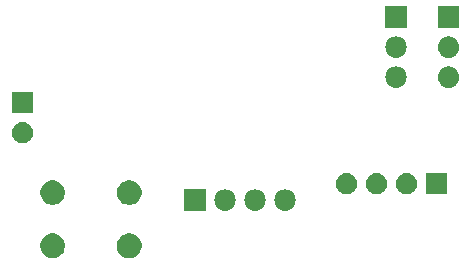
<source format=gbr>
%TF.GenerationSoftware,KiCad,Pcbnew,(5.0.1)-3*%
%TF.CreationDate,2019-10-12T21:06:36-05:00*%
%TF.ProjectId,pet_feeder,7065745F6665656465722E6B69636164,rev?*%
%TF.SameCoordinates,Original*%
%TF.FileFunction,Soldermask,Bot*%
%TF.FilePolarity,Negative*%
%FSLAX46Y46*%
G04 Gerber Fmt 4.6, Leading zero omitted, Abs format (unit mm)*
G04 Created by KiCad (PCBNEW (5.0.1)-3) date 10/12/2019 9:06:36 PM*
%MOMM*%
%LPD*%
G01*
G04 APERTURE LIST*
%ADD10C,0.100000*%
G04 APERTURE END LIST*
D10*
G36*
X136346565Y-98739389D02*
X136537834Y-98818615D01*
X136709976Y-98933637D01*
X136856363Y-99080024D01*
X136971385Y-99252166D01*
X137050611Y-99443435D01*
X137091000Y-99646484D01*
X137091000Y-99853516D01*
X137050611Y-100056565D01*
X136971385Y-100247834D01*
X136856363Y-100419976D01*
X136709976Y-100566363D01*
X136537834Y-100681385D01*
X136346565Y-100760611D01*
X136143516Y-100801000D01*
X135936484Y-100801000D01*
X135733435Y-100760611D01*
X135542166Y-100681385D01*
X135370024Y-100566363D01*
X135223637Y-100419976D01*
X135108615Y-100247834D01*
X135029389Y-100056565D01*
X134989000Y-99853516D01*
X134989000Y-99646484D01*
X135029389Y-99443435D01*
X135108615Y-99252166D01*
X135223637Y-99080024D01*
X135370024Y-98933637D01*
X135542166Y-98818615D01*
X135733435Y-98739389D01*
X135936484Y-98699000D01*
X136143516Y-98699000D01*
X136346565Y-98739389D01*
X136346565Y-98739389D01*
G37*
G36*
X129846565Y-98739389D02*
X130037834Y-98818615D01*
X130209976Y-98933637D01*
X130356363Y-99080024D01*
X130471385Y-99252166D01*
X130550611Y-99443435D01*
X130591000Y-99646484D01*
X130591000Y-99853516D01*
X130550611Y-100056565D01*
X130471385Y-100247834D01*
X130356363Y-100419976D01*
X130209976Y-100566363D01*
X130037834Y-100681385D01*
X129846565Y-100760611D01*
X129643516Y-100801000D01*
X129436484Y-100801000D01*
X129233435Y-100760611D01*
X129042166Y-100681385D01*
X128870024Y-100566363D01*
X128723637Y-100419976D01*
X128608615Y-100247834D01*
X128529389Y-100056565D01*
X128489000Y-99853516D01*
X128489000Y-99646484D01*
X128529389Y-99443435D01*
X128608615Y-99252166D01*
X128723637Y-99080024D01*
X128870024Y-98933637D01*
X129042166Y-98818615D01*
X129233435Y-98739389D01*
X129436484Y-98699000D01*
X129643516Y-98699000D01*
X129846565Y-98739389D01*
X129846565Y-98739389D01*
G37*
G36*
X149335443Y-94990519D02*
X149401627Y-94997037D01*
X149514853Y-95031384D01*
X149571467Y-95048557D01*
X149710087Y-95122652D01*
X149727991Y-95132222D01*
X149763729Y-95161552D01*
X149865186Y-95244814D01*
X149948448Y-95346271D01*
X149977778Y-95382009D01*
X149977779Y-95382011D01*
X150061443Y-95538533D01*
X150061443Y-95538534D01*
X150112963Y-95708373D01*
X150130359Y-95885000D01*
X150112963Y-96061627D01*
X150078616Y-96174853D01*
X150061443Y-96231467D01*
X150045865Y-96260611D01*
X149977778Y-96387991D01*
X149948448Y-96423729D01*
X149865186Y-96525186D01*
X149763729Y-96608448D01*
X149727991Y-96637778D01*
X149727989Y-96637779D01*
X149571467Y-96721443D01*
X149514853Y-96738616D01*
X149401627Y-96772963D01*
X149335442Y-96779482D01*
X149269260Y-96786000D01*
X149180740Y-96786000D01*
X149114558Y-96779482D01*
X149048373Y-96772963D01*
X148935147Y-96738616D01*
X148878533Y-96721443D01*
X148722011Y-96637779D01*
X148722009Y-96637778D01*
X148686271Y-96608448D01*
X148584814Y-96525186D01*
X148501552Y-96423729D01*
X148472222Y-96387991D01*
X148404135Y-96260611D01*
X148388557Y-96231467D01*
X148371384Y-96174853D01*
X148337037Y-96061627D01*
X148319641Y-95885000D01*
X148337037Y-95708373D01*
X148388557Y-95538534D01*
X148388557Y-95538533D01*
X148472221Y-95382011D01*
X148472222Y-95382009D01*
X148501552Y-95346271D01*
X148584814Y-95244814D01*
X148686271Y-95161552D01*
X148722009Y-95132222D01*
X148739913Y-95122652D01*
X148878533Y-95048557D01*
X148935147Y-95031384D01*
X149048373Y-94997037D01*
X149114557Y-94990519D01*
X149180740Y-94984000D01*
X149269260Y-94984000D01*
X149335443Y-94990519D01*
X149335443Y-94990519D01*
G37*
G36*
X146795443Y-94990519D02*
X146861627Y-94997037D01*
X146974853Y-95031384D01*
X147031467Y-95048557D01*
X147170087Y-95122652D01*
X147187991Y-95132222D01*
X147223729Y-95161552D01*
X147325186Y-95244814D01*
X147408448Y-95346271D01*
X147437778Y-95382009D01*
X147437779Y-95382011D01*
X147521443Y-95538533D01*
X147521443Y-95538534D01*
X147572963Y-95708373D01*
X147590359Y-95885000D01*
X147572963Y-96061627D01*
X147538616Y-96174853D01*
X147521443Y-96231467D01*
X147505865Y-96260611D01*
X147437778Y-96387991D01*
X147408448Y-96423729D01*
X147325186Y-96525186D01*
X147223729Y-96608448D01*
X147187991Y-96637778D01*
X147187989Y-96637779D01*
X147031467Y-96721443D01*
X146974853Y-96738616D01*
X146861627Y-96772963D01*
X146795442Y-96779482D01*
X146729260Y-96786000D01*
X146640740Y-96786000D01*
X146574558Y-96779482D01*
X146508373Y-96772963D01*
X146395147Y-96738616D01*
X146338533Y-96721443D01*
X146182011Y-96637779D01*
X146182009Y-96637778D01*
X146146271Y-96608448D01*
X146044814Y-96525186D01*
X145961552Y-96423729D01*
X145932222Y-96387991D01*
X145864135Y-96260611D01*
X145848557Y-96231467D01*
X145831384Y-96174853D01*
X145797037Y-96061627D01*
X145779641Y-95885000D01*
X145797037Y-95708373D01*
X145848557Y-95538534D01*
X145848557Y-95538533D01*
X145932221Y-95382011D01*
X145932222Y-95382009D01*
X145961552Y-95346271D01*
X146044814Y-95244814D01*
X146146271Y-95161552D01*
X146182009Y-95132222D01*
X146199913Y-95122652D01*
X146338533Y-95048557D01*
X146395147Y-95031384D01*
X146508373Y-94997037D01*
X146574557Y-94990519D01*
X146640740Y-94984000D01*
X146729260Y-94984000D01*
X146795443Y-94990519D01*
X146795443Y-94990519D01*
G37*
G36*
X144255443Y-94990519D02*
X144321627Y-94997037D01*
X144434853Y-95031384D01*
X144491467Y-95048557D01*
X144630087Y-95122652D01*
X144647991Y-95132222D01*
X144683729Y-95161552D01*
X144785186Y-95244814D01*
X144868448Y-95346271D01*
X144897778Y-95382009D01*
X144897779Y-95382011D01*
X144981443Y-95538533D01*
X144981443Y-95538534D01*
X145032963Y-95708373D01*
X145050359Y-95885000D01*
X145032963Y-96061627D01*
X144998616Y-96174853D01*
X144981443Y-96231467D01*
X144965865Y-96260611D01*
X144897778Y-96387991D01*
X144868448Y-96423729D01*
X144785186Y-96525186D01*
X144683729Y-96608448D01*
X144647991Y-96637778D01*
X144647989Y-96637779D01*
X144491467Y-96721443D01*
X144434853Y-96738616D01*
X144321627Y-96772963D01*
X144255442Y-96779482D01*
X144189260Y-96786000D01*
X144100740Y-96786000D01*
X144034558Y-96779482D01*
X143968373Y-96772963D01*
X143855147Y-96738616D01*
X143798533Y-96721443D01*
X143642011Y-96637779D01*
X143642009Y-96637778D01*
X143606271Y-96608448D01*
X143504814Y-96525186D01*
X143421552Y-96423729D01*
X143392222Y-96387991D01*
X143324135Y-96260611D01*
X143308557Y-96231467D01*
X143291384Y-96174853D01*
X143257037Y-96061627D01*
X143239641Y-95885000D01*
X143257037Y-95708373D01*
X143308557Y-95538534D01*
X143308557Y-95538533D01*
X143392221Y-95382011D01*
X143392222Y-95382009D01*
X143421552Y-95346271D01*
X143504814Y-95244814D01*
X143606271Y-95161552D01*
X143642009Y-95132222D01*
X143659913Y-95122652D01*
X143798533Y-95048557D01*
X143855147Y-95031384D01*
X143968373Y-94997037D01*
X144034557Y-94990519D01*
X144100740Y-94984000D01*
X144189260Y-94984000D01*
X144255443Y-94990519D01*
X144255443Y-94990519D01*
G37*
G36*
X142506000Y-96786000D02*
X140704000Y-96786000D01*
X140704000Y-94984000D01*
X142506000Y-94984000D01*
X142506000Y-96786000D01*
X142506000Y-96786000D01*
G37*
G36*
X136346565Y-94239389D02*
X136537834Y-94318615D01*
X136709976Y-94433637D01*
X136856363Y-94580024D01*
X136971385Y-94752166D01*
X137050611Y-94943435D01*
X137091000Y-95146484D01*
X137091000Y-95353516D01*
X137050611Y-95556565D01*
X136971385Y-95747834D01*
X136856363Y-95919976D01*
X136709976Y-96066363D01*
X136537834Y-96181385D01*
X136346565Y-96260611D01*
X136143516Y-96301000D01*
X135936484Y-96301000D01*
X135733435Y-96260611D01*
X135542166Y-96181385D01*
X135370024Y-96066363D01*
X135223637Y-95919976D01*
X135108615Y-95747834D01*
X135029389Y-95556565D01*
X134989000Y-95353516D01*
X134989000Y-95146484D01*
X135029389Y-94943435D01*
X135108615Y-94752166D01*
X135223637Y-94580024D01*
X135370024Y-94433637D01*
X135542166Y-94318615D01*
X135733435Y-94239389D01*
X135936484Y-94199000D01*
X136143516Y-94199000D01*
X136346565Y-94239389D01*
X136346565Y-94239389D01*
G37*
G36*
X129846565Y-94239389D02*
X130037834Y-94318615D01*
X130209976Y-94433637D01*
X130356363Y-94580024D01*
X130471385Y-94752166D01*
X130550611Y-94943435D01*
X130591000Y-95146484D01*
X130591000Y-95353516D01*
X130550611Y-95556565D01*
X130471385Y-95747834D01*
X130356363Y-95919976D01*
X130209976Y-96066363D01*
X130037834Y-96181385D01*
X129846565Y-96260611D01*
X129643516Y-96301000D01*
X129436484Y-96301000D01*
X129233435Y-96260611D01*
X129042166Y-96181385D01*
X128870024Y-96066363D01*
X128723637Y-95919976D01*
X128608615Y-95747834D01*
X128529389Y-95556565D01*
X128489000Y-95353516D01*
X128489000Y-95146484D01*
X128529389Y-94943435D01*
X128608615Y-94752166D01*
X128723637Y-94580024D01*
X128870024Y-94433637D01*
X129042166Y-94318615D01*
X129233435Y-94239389D01*
X129436484Y-94199000D01*
X129643516Y-94199000D01*
X129846565Y-94239389D01*
X129846565Y-94239389D01*
G37*
G36*
X159622442Y-93593518D02*
X159688627Y-93600037D01*
X159801853Y-93634384D01*
X159858467Y-93651557D01*
X159997087Y-93725652D01*
X160014991Y-93735222D01*
X160050729Y-93764552D01*
X160152186Y-93847814D01*
X160235448Y-93949271D01*
X160264778Y-93985009D01*
X160264779Y-93985011D01*
X160348443Y-94141533D01*
X160348443Y-94141534D01*
X160399963Y-94311373D01*
X160417359Y-94488000D01*
X160399963Y-94664627D01*
X160373409Y-94752165D01*
X160348443Y-94834467D01*
X160274348Y-94973087D01*
X160264778Y-94990991D01*
X160259816Y-94997037D01*
X160152186Y-95128186D01*
X160050729Y-95211448D01*
X160014991Y-95240778D01*
X160014989Y-95240779D01*
X159858467Y-95324443D01*
X159801853Y-95341616D01*
X159688627Y-95375963D01*
X159622443Y-95382481D01*
X159556260Y-95389000D01*
X159467740Y-95389000D01*
X159401557Y-95382481D01*
X159335373Y-95375963D01*
X159222147Y-95341616D01*
X159165533Y-95324443D01*
X159009011Y-95240779D01*
X159009009Y-95240778D01*
X158973271Y-95211448D01*
X158871814Y-95128186D01*
X158764184Y-94997037D01*
X158759222Y-94990991D01*
X158749652Y-94973087D01*
X158675557Y-94834467D01*
X158650591Y-94752165D01*
X158624037Y-94664627D01*
X158606641Y-94488000D01*
X158624037Y-94311373D01*
X158675557Y-94141534D01*
X158675557Y-94141533D01*
X158759221Y-93985011D01*
X158759222Y-93985009D01*
X158788552Y-93949271D01*
X158871814Y-93847814D01*
X158973271Y-93764552D01*
X159009009Y-93735222D01*
X159026913Y-93725652D01*
X159165533Y-93651557D01*
X159222147Y-93634384D01*
X159335373Y-93600037D01*
X159401557Y-93593519D01*
X159467740Y-93587000D01*
X159556260Y-93587000D01*
X159622442Y-93593518D01*
X159622442Y-93593518D01*
G37*
G36*
X157082442Y-93593518D02*
X157148627Y-93600037D01*
X157261853Y-93634384D01*
X157318467Y-93651557D01*
X157457087Y-93725652D01*
X157474991Y-93735222D01*
X157510729Y-93764552D01*
X157612186Y-93847814D01*
X157695448Y-93949271D01*
X157724778Y-93985009D01*
X157724779Y-93985011D01*
X157808443Y-94141533D01*
X157808443Y-94141534D01*
X157859963Y-94311373D01*
X157877359Y-94488000D01*
X157859963Y-94664627D01*
X157833409Y-94752165D01*
X157808443Y-94834467D01*
X157734348Y-94973087D01*
X157724778Y-94990991D01*
X157719816Y-94997037D01*
X157612186Y-95128186D01*
X157510729Y-95211448D01*
X157474991Y-95240778D01*
X157474989Y-95240779D01*
X157318467Y-95324443D01*
X157261853Y-95341616D01*
X157148627Y-95375963D01*
X157082443Y-95382481D01*
X157016260Y-95389000D01*
X156927740Y-95389000D01*
X156861557Y-95382481D01*
X156795373Y-95375963D01*
X156682147Y-95341616D01*
X156625533Y-95324443D01*
X156469011Y-95240779D01*
X156469009Y-95240778D01*
X156433271Y-95211448D01*
X156331814Y-95128186D01*
X156224184Y-94997037D01*
X156219222Y-94990991D01*
X156209652Y-94973087D01*
X156135557Y-94834467D01*
X156110591Y-94752165D01*
X156084037Y-94664627D01*
X156066641Y-94488000D01*
X156084037Y-94311373D01*
X156135557Y-94141534D01*
X156135557Y-94141533D01*
X156219221Y-93985011D01*
X156219222Y-93985009D01*
X156248552Y-93949271D01*
X156331814Y-93847814D01*
X156433271Y-93764552D01*
X156469009Y-93735222D01*
X156486913Y-93725652D01*
X156625533Y-93651557D01*
X156682147Y-93634384D01*
X156795373Y-93600037D01*
X156861557Y-93593519D01*
X156927740Y-93587000D01*
X157016260Y-93587000D01*
X157082442Y-93593518D01*
X157082442Y-93593518D01*
G37*
G36*
X162953000Y-95389000D02*
X161151000Y-95389000D01*
X161151000Y-93587000D01*
X162953000Y-93587000D01*
X162953000Y-95389000D01*
X162953000Y-95389000D01*
G37*
G36*
X154542442Y-93593518D02*
X154608627Y-93600037D01*
X154721853Y-93634384D01*
X154778467Y-93651557D01*
X154917087Y-93725652D01*
X154934991Y-93735222D01*
X154970729Y-93764552D01*
X155072186Y-93847814D01*
X155155448Y-93949271D01*
X155184778Y-93985009D01*
X155184779Y-93985011D01*
X155268443Y-94141533D01*
X155268443Y-94141534D01*
X155319963Y-94311373D01*
X155337359Y-94488000D01*
X155319963Y-94664627D01*
X155293409Y-94752165D01*
X155268443Y-94834467D01*
X155194348Y-94973087D01*
X155184778Y-94990991D01*
X155179816Y-94997037D01*
X155072186Y-95128186D01*
X154970729Y-95211448D01*
X154934991Y-95240778D01*
X154934989Y-95240779D01*
X154778467Y-95324443D01*
X154721853Y-95341616D01*
X154608627Y-95375963D01*
X154542443Y-95382481D01*
X154476260Y-95389000D01*
X154387740Y-95389000D01*
X154321557Y-95382481D01*
X154255373Y-95375963D01*
X154142147Y-95341616D01*
X154085533Y-95324443D01*
X153929011Y-95240779D01*
X153929009Y-95240778D01*
X153893271Y-95211448D01*
X153791814Y-95128186D01*
X153684184Y-94997037D01*
X153679222Y-94990991D01*
X153669652Y-94973087D01*
X153595557Y-94834467D01*
X153570591Y-94752165D01*
X153544037Y-94664627D01*
X153526641Y-94488000D01*
X153544037Y-94311373D01*
X153595557Y-94141534D01*
X153595557Y-94141533D01*
X153679221Y-93985011D01*
X153679222Y-93985009D01*
X153708552Y-93949271D01*
X153791814Y-93847814D01*
X153893271Y-93764552D01*
X153929009Y-93735222D01*
X153946913Y-93725652D01*
X154085533Y-93651557D01*
X154142147Y-93634384D01*
X154255373Y-93600037D01*
X154321557Y-93593519D01*
X154387740Y-93587000D01*
X154476260Y-93587000D01*
X154542442Y-93593518D01*
X154542442Y-93593518D01*
G37*
G36*
X127110443Y-89275519D02*
X127176627Y-89282037D01*
X127289853Y-89316384D01*
X127346467Y-89333557D01*
X127485087Y-89407652D01*
X127502991Y-89417222D01*
X127538729Y-89446552D01*
X127640186Y-89529814D01*
X127723448Y-89631271D01*
X127752778Y-89667009D01*
X127752779Y-89667011D01*
X127836443Y-89823533D01*
X127836443Y-89823534D01*
X127887963Y-89993373D01*
X127905359Y-90170000D01*
X127887963Y-90346627D01*
X127853616Y-90459853D01*
X127836443Y-90516467D01*
X127762348Y-90655087D01*
X127752778Y-90672991D01*
X127723448Y-90708729D01*
X127640186Y-90810186D01*
X127538729Y-90893448D01*
X127502991Y-90922778D01*
X127502989Y-90922779D01*
X127346467Y-91006443D01*
X127289853Y-91023616D01*
X127176627Y-91057963D01*
X127110442Y-91064482D01*
X127044260Y-91071000D01*
X126955740Y-91071000D01*
X126889558Y-91064482D01*
X126823373Y-91057963D01*
X126710147Y-91023616D01*
X126653533Y-91006443D01*
X126497011Y-90922779D01*
X126497009Y-90922778D01*
X126461271Y-90893448D01*
X126359814Y-90810186D01*
X126276552Y-90708729D01*
X126247222Y-90672991D01*
X126237652Y-90655087D01*
X126163557Y-90516467D01*
X126146384Y-90459853D01*
X126112037Y-90346627D01*
X126094641Y-90170000D01*
X126112037Y-89993373D01*
X126163557Y-89823534D01*
X126163557Y-89823533D01*
X126247221Y-89667011D01*
X126247222Y-89667009D01*
X126276552Y-89631271D01*
X126359814Y-89529814D01*
X126461271Y-89446552D01*
X126497009Y-89417222D01*
X126514913Y-89407652D01*
X126653533Y-89333557D01*
X126710147Y-89316384D01*
X126823373Y-89282037D01*
X126889557Y-89275519D01*
X126955740Y-89269000D01*
X127044260Y-89269000D01*
X127110443Y-89275519D01*
X127110443Y-89275519D01*
G37*
G36*
X127901000Y-88531000D02*
X126099000Y-88531000D01*
X126099000Y-86729000D01*
X127901000Y-86729000D01*
X127901000Y-88531000D01*
X127901000Y-88531000D01*
G37*
G36*
X163178443Y-84576519D02*
X163244627Y-84583037D01*
X163357853Y-84617384D01*
X163414467Y-84634557D01*
X163553087Y-84708652D01*
X163570991Y-84718222D01*
X163606729Y-84747552D01*
X163708186Y-84830814D01*
X163791448Y-84932271D01*
X163820778Y-84968009D01*
X163820779Y-84968011D01*
X163904443Y-85124533D01*
X163904443Y-85124534D01*
X163955963Y-85294373D01*
X163973359Y-85471000D01*
X163955963Y-85647627D01*
X163921616Y-85760853D01*
X163904443Y-85817467D01*
X163830348Y-85956087D01*
X163820778Y-85973991D01*
X163791448Y-86009729D01*
X163708186Y-86111186D01*
X163606729Y-86194448D01*
X163570991Y-86223778D01*
X163570989Y-86223779D01*
X163414467Y-86307443D01*
X163357853Y-86324616D01*
X163244627Y-86358963D01*
X163178443Y-86365481D01*
X163112260Y-86372000D01*
X163023740Y-86372000D01*
X162957557Y-86365481D01*
X162891373Y-86358963D01*
X162778147Y-86324616D01*
X162721533Y-86307443D01*
X162565011Y-86223779D01*
X162565009Y-86223778D01*
X162529271Y-86194448D01*
X162427814Y-86111186D01*
X162344552Y-86009729D01*
X162315222Y-85973991D01*
X162305652Y-85956087D01*
X162231557Y-85817467D01*
X162214384Y-85760853D01*
X162180037Y-85647627D01*
X162162641Y-85471000D01*
X162180037Y-85294373D01*
X162231557Y-85124534D01*
X162231557Y-85124533D01*
X162315221Y-84968011D01*
X162315222Y-84968009D01*
X162344552Y-84932271D01*
X162427814Y-84830814D01*
X162529271Y-84747552D01*
X162565009Y-84718222D01*
X162582913Y-84708652D01*
X162721533Y-84634557D01*
X162778147Y-84617384D01*
X162891373Y-84583037D01*
X162957557Y-84576519D01*
X163023740Y-84570000D01*
X163112260Y-84570000D01*
X163178443Y-84576519D01*
X163178443Y-84576519D01*
G37*
G36*
X158733443Y-84576519D02*
X158799627Y-84583037D01*
X158912853Y-84617384D01*
X158969467Y-84634557D01*
X159108087Y-84708652D01*
X159125991Y-84718222D01*
X159161729Y-84747552D01*
X159263186Y-84830814D01*
X159346448Y-84932271D01*
X159375778Y-84968009D01*
X159375779Y-84968011D01*
X159459443Y-85124533D01*
X159459443Y-85124534D01*
X159510963Y-85294373D01*
X159528359Y-85471000D01*
X159510963Y-85647627D01*
X159476616Y-85760853D01*
X159459443Y-85817467D01*
X159385348Y-85956087D01*
X159375778Y-85973991D01*
X159346448Y-86009729D01*
X159263186Y-86111186D01*
X159161729Y-86194448D01*
X159125991Y-86223778D01*
X159125989Y-86223779D01*
X158969467Y-86307443D01*
X158912853Y-86324616D01*
X158799627Y-86358963D01*
X158733443Y-86365481D01*
X158667260Y-86372000D01*
X158578740Y-86372000D01*
X158512557Y-86365481D01*
X158446373Y-86358963D01*
X158333147Y-86324616D01*
X158276533Y-86307443D01*
X158120011Y-86223779D01*
X158120009Y-86223778D01*
X158084271Y-86194448D01*
X157982814Y-86111186D01*
X157899552Y-86009729D01*
X157870222Y-85973991D01*
X157860652Y-85956087D01*
X157786557Y-85817467D01*
X157769384Y-85760853D01*
X157735037Y-85647627D01*
X157717641Y-85471000D01*
X157735037Y-85294373D01*
X157786557Y-85124534D01*
X157786557Y-85124533D01*
X157870221Y-84968011D01*
X157870222Y-84968009D01*
X157899552Y-84932271D01*
X157982814Y-84830814D01*
X158084271Y-84747552D01*
X158120009Y-84718222D01*
X158137913Y-84708652D01*
X158276533Y-84634557D01*
X158333147Y-84617384D01*
X158446373Y-84583037D01*
X158512557Y-84576519D01*
X158578740Y-84570000D01*
X158667260Y-84570000D01*
X158733443Y-84576519D01*
X158733443Y-84576519D01*
G37*
G36*
X163178442Y-82036518D02*
X163244627Y-82043037D01*
X163357853Y-82077384D01*
X163414467Y-82094557D01*
X163553087Y-82168652D01*
X163570991Y-82178222D01*
X163606729Y-82207552D01*
X163708186Y-82290814D01*
X163791448Y-82392271D01*
X163820778Y-82428009D01*
X163820779Y-82428011D01*
X163904443Y-82584533D01*
X163904443Y-82584534D01*
X163955963Y-82754373D01*
X163973359Y-82931000D01*
X163955963Y-83107627D01*
X163921616Y-83220853D01*
X163904443Y-83277467D01*
X163830348Y-83416087D01*
X163820778Y-83433991D01*
X163791448Y-83469729D01*
X163708186Y-83571186D01*
X163606729Y-83654448D01*
X163570991Y-83683778D01*
X163570989Y-83683779D01*
X163414467Y-83767443D01*
X163357853Y-83784616D01*
X163244627Y-83818963D01*
X163178442Y-83825482D01*
X163112260Y-83832000D01*
X163023740Y-83832000D01*
X162957558Y-83825482D01*
X162891373Y-83818963D01*
X162778147Y-83784616D01*
X162721533Y-83767443D01*
X162565011Y-83683779D01*
X162565009Y-83683778D01*
X162529271Y-83654448D01*
X162427814Y-83571186D01*
X162344552Y-83469729D01*
X162315222Y-83433991D01*
X162305652Y-83416087D01*
X162231557Y-83277467D01*
X162214384Y-83220853D01*
X162180037Y-83107627D01*
X162162641Y-82931000D01*
X162180037Y-82754373D01*
X162231557Y-82584534D01*
X162231557Y-82584533D01*
X162315221Y-82428011D01*
X162315222Y-82428009D01*
X162344552Y-82392271D01*
X162427814Y-82290814D01*
X162529271Y-82207552D01*
X162565009Y-82178222D01*
X162582913Y-82168652D01*
X162721533Y-82094557D01*
X162778147Y-82077384D01*
X162891373Y-82043037D01*
X162957558Y-82036518D01*
X163023740Y-82030000D01*
X163112260Y-82030000D01*
X163178442Y-82036518D01*
X163178442Y-82036518D01*
G37*
G36*
X158733442Y-82036518D02*
X158799627Y-82043037D01*
X158912853Y-82077384D01*
X158969467Y-82094557D01*
X159108087Y-82168652D01*
X159125991Y-82178222D01*
X159161729Y-82207552D01*
X159263186Y-82290814D01*
X159346448Y-82392271D01*
X159375778Y-82428009D01*
X159375779Y-82428011D01*
X159459443Y-82584533D01*
X159459443Y-82584534D01*
X159510963Y-82754373D01*
X159528359Y-82931000D01*
X159510963Y-83107627D01*
X159476616Y-83220853D01*
X159459443Y-83277467D01*
X159385348Y-83416087D01*
X159375778Y-83433991D01*
X159346448Y-83469729D01*
X159263186Y-83571186D01*
X159161729Y-83654448D01*
X159125991Y-83683778D01*
X159125989Y-83683779D01*
X158969467Y-83767443D01*
X158912853Y-83784616D01*
X158799627Y-83818963D01*
X158733442Y-83825482D01*
X158667260Y-83832000D01*
X158578740Y-83832000D01*
X158512558Y-83825482D01*
X158446373Y-83818963D01*
X158333147Y-83784616D01*
X158276533Y-83767443D01*
X158120011Y-83683779D01*
X158120009Y-83683778D01*
X158084271Y-83654448D01*
X157982814Y-83571186D01*
X157899552Y-83469729D01*
X157870222Y-83433991D01*
X157860652Y-83416087D01*
X157786557Y-83277467D01*
X157769384Y-83220853D01*
X157735037Y-83107627D01*
X157717641Y-82931000D01*
X157735037Y-82754373D01*
X157786557Y-82584534D01*
X157786557Y-82584533D01*
X157870221Y-82428011D01*
X157870222Y-82428009D01*
X157899552Y-82392271D01*
X157982814Y-82290814D01*
X158084271Y-82207552D01*
X158120009Y-82178222D01*
X158137913Y-82168652D01*
X158276533Y-82094557D01*
X158333147Y-82077384D01*
X158446373Y-82043037D01*
X158512558Y-82036518D01*
X158578740Y-82030000D01*
X158667260Y-82030000D01*
X158733442Y-82036518D01*
X158733442Y-82036518D01*
G37*
G36*
X163969000Y-81292000D02*
X162167000Y-81292000D01*
X162167000Y-79490000D01*
X163969000Y-79490000D01*
X163969000Y-81292000D01*
X163969000Y-81292000D01*
G37*
G36*
X159524000Y-81292000D02*
X157722000Y-81292000D01*
X157722000Y-79490000D01*
X159524000Y-79490000D01*
X159524000Y-81292000D01*
X159524000Y-81292000D01*
G37*
M02*

</source>
